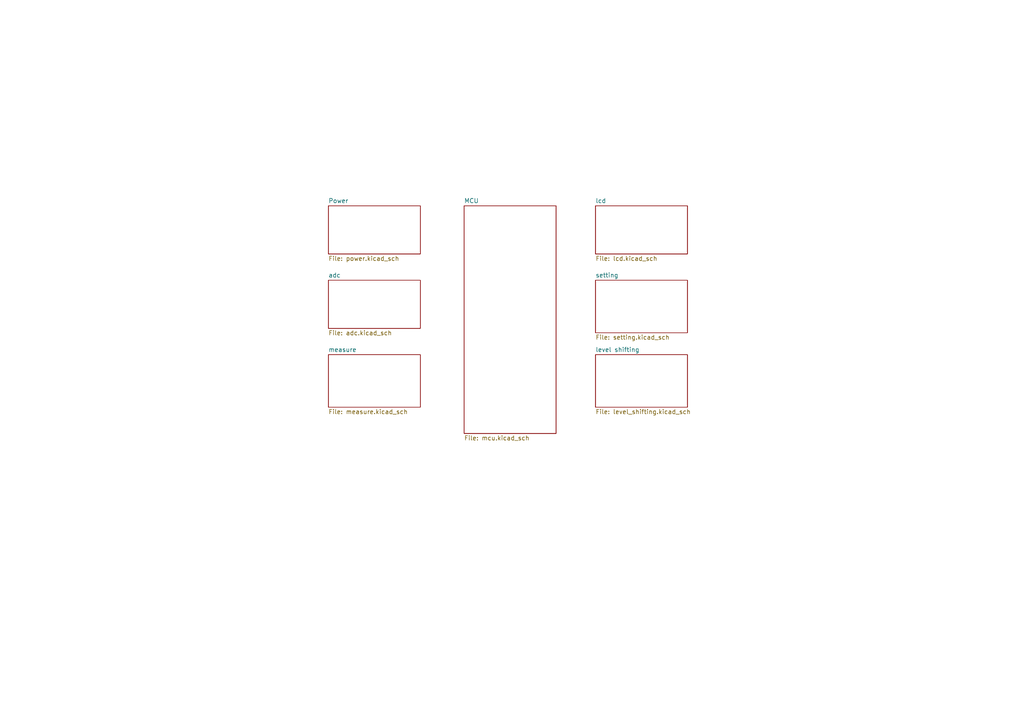
<source format=kicad_sch>
(kicad_sch (version 20230121) (generator eeschema)
  (paper "A4")
  (title_block (title "ENTRY DIAGRAM") (date "2023-12-10"))
  (lib_symbols)
  (sheet (at 95.25 59.69) (size 26.67 13.97) (stroke (width 0.1524))
    (property "Sheetname" "Power" (at 95.25 58.9784 0) (effects (justify left bottom)))
    (property "Sheetfile" "power.kicad_sch" (at 95.25 74.2446 0) (effects (justify left top)))
  )
  (sheet (at 134.62 59.69) (size 26.67 66.04) (stroke (width 0.1524))
    (property "Sheetname" "MCU" (at 134.62 58.9784 0) (effects (justify left bottom)))
    (property "Sheetfile" "mcu.kicad_sch" (at 134.62 126.3146 0) (effects (justify left top)))
  )
  (sheet (at 95.25 102.87) (size 26.67 15.24) (stroke (width 0.1524))
    (property "Sheetname" "measure" (at 95.25 102.1584 0) (effects (justify left bottom)))
    (property "Sheetfile" "measure.kicad_sch" (at 95.25 118.6946 0) (effects (justify left top)))
  )
  (sheet (at 172.72 102.87) (size 26.67 15.24) (stroke (width 0.1524))
    (property "Sheetname" "level shifting" (at 172.72 102.1584 0) (effects (justify left bottom)))
    (property "Sheetfile" "level_shifting.kicad_sch" (at 172.72 118.6946 0) (effects (justify left top)))
  )
  (sheet (at 172.72 59.69) (size 26.67 13.97) (stroke (width 0.1524))
    (property "Sheetname" "lcd" (at 172.72 58.9784 0) (effects (justify left bottom)))
    (property "Sheetfile" "lcd.kicad_sch" (at 172.72 74.2446 0) (effects (justify left top)))
  )
  (sheet (at 172.72 81.28) (size 26.67 15.24) (stroke (width 0.1524))
    (property "Sheetname" "setting" (at 172.72 80.5684 0) (effects (justify left bottom)))
    (property "Sheetfile" "setting.kicad_sch" (at 172.72 97.1046 0) (effects (justify left top)))
  )
  (sheet (at 95.25 81.28) (size 26.67 13.97) (stroke (width 0.1524))
    (property "Sheetname" "adc" (at 95.25 80.5684 0) (effects (justify left bottom)))
    (property "Sheetfile" "adc.kicad_sch" (at 95.25 95.8346 0) (effects (justify left top)))
  )
)
</source>
